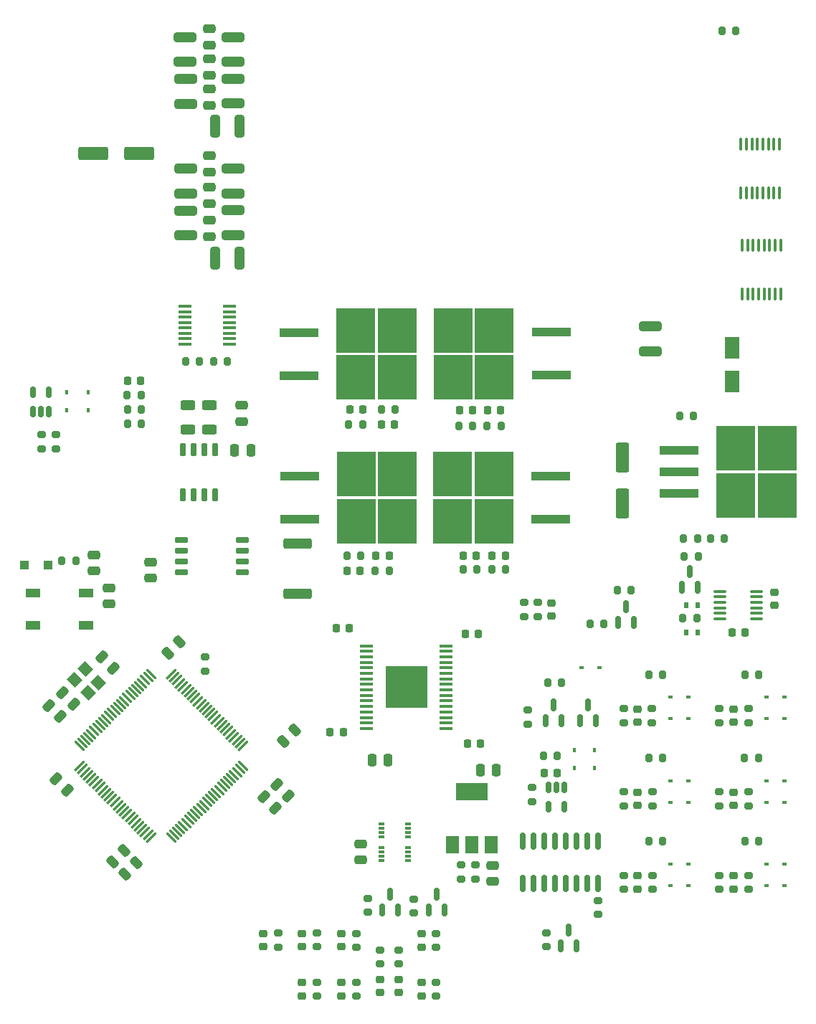
<source format=gtp>
%TF.GenerationSoftware,KiCad,Pcbnew,(6.0.7)*%
%TF.CreationDate,2022-09-29T18:44:06-03:00*%
%TF.ProjectId,uEFI_rev3,75454649-5f72-4657-9633-2e6b69636164,v3.0*%
%TF.SameCoordinates,Original*%
%TF.FileFunction,Paste,Top*%
%TF.FilePolarity,Positive*%
%FSLAX46Y46*%
G04 Gerber Fmt 4.6, Leading zero omitted, Abs format (unit mm)*
G04 Created by KiCad (PCBNEW (6.0.7)) date 2022-09-29 18:44:06*
%MOMM*%
%LPD*%
G01*
G04 APERTURE LIST*
G04 Aperture macros list*
%AMRoundRect*
0 Rectangle with rounded corners*
0 $1 Rounding radius*
0 $2 $3 $4 $5 $6 $7 $8 $9 X,Y pos of 4 corners*
0 Add a 4 corners polygon primitive as box body*
4,1,4,$2,$3,$4,$5,$6,$7,$8,$9,$2,$3,0*
0 Add four circle primitives for the rounded corners*
1,1,$1+$1,$2,$3*
1,1,$1+$1,$4,$5*
1,1,$1+$1,$6,$7*
1,1,$1+$1,$8,$9*
0 Add four rect primitives between the rounded corners*
20,1,$1+$1,$2,$3,$4,$5,0*
20,1,$1+$1,$4,$5,$6,$7,0*
20,1,$1+$1,$6,$7,$8,$9,0*
20,1,$1+$1,$8,$9,$2,$3,0*%
%AMRotRect*
0 Rectangle, with rotation*
0 The origin of the aperture is its center*
0 $1 length*
0 $2 width*
0 $3 Rotation angle, in degrees counterclockwise*
0 Add horizontal line*
21,1,$1,$2,0,0,$3*%
G04 Aperture macros list end*
%ADD10R,0.600000X0.450000*%
%ADD11R,0.450000X0.600000*%
%ADD12RoundRect,0.225000X0.225000X0.250000X-0.225000X0.250000X-0.225000X-0.250000X0.225000X-0.250000X0*%
%ADD13RoundRect,0.200000X0.200000X0.275000X-0.200000X0.275000X-0.200000X-0.275000X0.200000X-0.275000X0*%
%ADD14RoundRect,0.200000X-0.200000X-0.275000X0.200000X-0.275000X0.200000X0.275000X-0.200000X0.275000X0*%
%ADD15RoundRect,0.150000X0.150000X-0.512500X0.150000X0.512500X-0.150000X0.512500X-0.150000X-0.512500X0*%
%ADD16RoundRect,0.200000X-0.275000X0.200000X-0.275000X-0.200000X0.275000X-0.200000X0.275000X0.200000X0*%
%ADD17RoundRect,0.200000X0.275000X-0.200000X0.275000X0.200000X-0.275000X0.200000X-0.275000X-0.200000X0*%
%ADD18R,0.600000X0.700000*%
%ADD19RoundRect,0.225000X-0.225000X-0.250000X0.225000X-0.250000X0.225000X0.250000X-0.225000X0.250000X0*%
%ADD20RoundRect,0.250000X0.475000X-0.250000X0.475000X0.250000X-0.475000X0.250000X-0.475000X-0.250000X0*%
%ADD21RoundRect,0.250000X0.512652X0.159099X0.159099X0.512652X-0.512652X-0.159099X-0.159099X-0.512652X0*%
%ADD22RoundRect,0.150000X0.150000X-0.587500X0.150000X0.587500X-0.150000X0.587500X-0.150000X-0.587500X0*%
%ADD23RoundRect,0.218750X-0.256250X0.218750X-0.256250X-0.218750X0.256250X-0.218750X0.256250X0.218750X0*%
%ADD24RoundRect,0.250000X0.550000X-1.500000X0.550000X1.500000X-0.550000X1.500000X-0.550000X-1.500000X0*%
%ADD25RoundRect,0.150000X-0.150000X0.825000X-0.150000X-0.825000X0.150000X-0.825000X0.150000X0.825000X0*%
%ADD26RoundRect,0.250000X-0.512652X-0.159099X-0.159099X-0.512652X0.512652X0.159099X0.159099X0.512652X0*%
%ADD27RoundRect,0.225000X0.250000X-0.225000X0.250000X0.225000X-0.250000X0.225000X-0.250000X-0.225000X0*%
%ADD28RoundRect,0.250000X-0.475000X0.250000X-0.475000X-0.250000X0.475000X-0.250000X0.475000X0.250000X0*%
%ADD29RoundRect,0.100000X0.100000X-0.637500X0.100000X0.637500X-0.100000X0.637500X-0.100000X-0.637500X0*%
%ADD30R,1.100000X1.100000*%
%ADD31R,0.800000X0.300000*%
%ADD32RoundRect,0.100000X-0.625000X-0.100000X0.625000X-0.100000X0.625000X0.100000X-0.625000X0.100000X0*%
%ADD33RoundRect,0.250000X-1.075000X0.312500X-1.075000X-0.312500X1.075000X-0.312500X1.075000X0.312500X0*%
%ADD34RoundRect,0.075000X-0.565685X0.459619X0.459619X-0.565685X0.565685X-0.459619X-0.459619X0.565685X0*%
%ADD35RoundRect,0.075000X-0.565685X-0.459619X-0.459619X-0.565685X0.565685X0.459619X0.459619X0.565685X0*%
%ADD36R,1.800000X2.500000*%
%ADD37RoundRect,0.250000X0.159099X-0.512652X0.512652X-0.159099X-0.159099X0.512652X-0.512652X0.159099X0*%
%ADD38RoundRect,0.250000X-0.625000X0.312500X-0.625000X-0.312500X0.625000X-0.312500X0.625000X0.312500X0*%
%ADD39R,4.550000X5.250000*%
%ADD40R,4.600000X1.100000*%
%ADD41RoundRect,0.250000X-0.250000X-0.475000X0.250000X-0.475000X0.250000X0.475000X-0.250000X0.475000X0*%
%ADD42RoundRect,0.250000X-0.159099X0.512652X-0.512652X0.159099X0.159099X-0.512652X0.512652X-0.159099X0*%
%ADD43RoundRect,0.250000X-1.500000X-0.550000X1.500000X-0.550000X1.500000X0.550000X-1.500000X0.550000X0*%
%ADD44RoundRect,0.150000X-0.650000X-0.150000X0.650000X-0.150000X0.650000X0.150000X-0.650000X0.150000X0*%
%ADD45R,1.500000X2.000000*%
%ADD46R,3.800000X2.000000*%
%ADD47RoundRect,0.250000X-1.425000X0.362500X-1.425000X-0.362500X1.425000X-0.362500X1.425000X0.362500X0*%
%ADD48R,1.600200X0.431800*%
%ADD49R,4.953000X4.953000*%
%ADD50RoundRect,0.250000X0.312500X1.075000X-0.312500X1.075000X-0.312500X-1.075000X0.312500X-1.075000X0*%
%ADD51RoundRect,0.150000X-0.150000X0.512500X-0.150000X-0.512500X0.150000X-0.512500X0.150000X0.512500X0*%
%ADD52RoundRect,0.225000X-0.250000X0.225000X-0.250000X-0.225000X0.250000X-0.225000X0.250000X0.225000X0*%
%ADD53R,1.640000X0.410000*%
%ADD54R,1.700000X1.000000*%
%ADD55RoundRect,0.250000X0.250000X0.475000X-0.250000X0.475000X-0.250000X-0.475000X0.250000X-0.475000X0*%
%ADD56RoundRect,0.250000X1.075000X-0.312500X1.075000X0.312500X-1.075000X0.312500X-1.075000X-0.312500X0*%
%ADD57RoundRect,0.150000X0.150000X-0.650000X0.150000X0.650000X-0.150000X0.650000X-0.150000X-0.650000X0*%
%ADD58RotRect,1.400000X1.200000X135.000000*%
G04 APERTURE END LIST*
D10*
%TO.C,D30*%
X148302000Y-143827500D03*
X150402000Y-143827500D03*
%TD*%
%TO.C,D29*%
X136999000Y-143827500D03*
X139099000Y-143827500D03*
%TD*%
D11*
%TO.C,D28*%
X128016000Y-130395000D03*
X128016000Y-132495000D03*
%TD*%
D10*
%TO.C,D27*%
X150402000Y-146367500D03*
X148302000Y-146367500D03*
%TD*%
%TO.C,D26*%
X139099000Y-146367500D03*
X136999000Y-146367500D03*
%TD*%
D11*
%TO.C,D25*%
X125603000Y-132495000D03*
X125603000Y-130395000D03*
%TD*%
D10*
%TO.C,D24*%
X148299000Y-133985000D03*
X150399000Y-133985000D03*
%TD*%
%TO.C,D23*%
X136999000Y-133985000D03*
X139099000Y-133985000D03*
%TD*%
%TO.C,D22*%
X150399000Y-136525000D03*
X148299000Y-136525000D03*
%TD*%
%TO.C,D21*%
X139099000Y-136525000D03*
X136999000Y-136525000D03*
%TD*%
D11*
%TO.C,D20*%
X68199000Y-90204000D03*
X68199000Y-88104000D03*
%TD*%
D10*
%TO.C,D19*%
X136999000Y-124142500D03*
X139099000Y-124142500D03*
%TD*%
%TO.C,D18*%
X148302000Y-124142500D03*
X150402000Y-124142500D03*
%TD*%
D11*
%TO.C,D17*%
X65659000Y-88104000D03*
X65659000Y-90204000D03*
%TD*%
D10*
%TO.C,D16*%
X139099000Y-126682500D03*
X136999000Y-126682500D03*
%TD*%
%TO.C,D15*%
X150402000Y-126682500D03*
X148302000Y-126682500D03*
%TD*%
D12*
%TO.C,C49*%
X74409500Y-86804500D03*
X72859500Y-86804500D03*
%TD*%
D13*
%TO.C,R87*%
X74459500Y-88455500D03*
X72809500Y-88455500D03*
%TD*%
%TO.C,R92*%
X74485000Y-90170000D03*
X72835000Y-90170000D03*
%TD*%
D14*
%TO.C,R97*%
X72835000Y-91821000D03*
X74485000Y-91821000D03*
%TD*%
D15*
%TO.C,U31*%
X61661000Y-90418500D03*
X62611000Y-90418500D03*
X63561000Y-90418500D03*
X63561000Y-88143500D03*
X61661000Y-88143500D03*
%TD*%
D16*
%TO.C,R108*%
X64389000Y-93125300D03*
X64389000Y-94775300D03*
%TD*%
D17*
%TO.C,R109*%
X62746800Y-94767100D03*
X62746800Y-93117100D03*
%TD*%
D14*
%TO.C,R122*%
X82995000Y-84455000D03*
X84645000Y-84455000D03*
%TD*%
D18*
%TO.C,D2*%
X138800000Y-113298000D03*
X140200000Y-113298000D03*
%TD*%
D19*
%TO.C,C21*%
X115909000Y-107442000D03*
X117459000Y-107442000D03*
%TD*%
D16*
%TO.C,R34*%
X120142000Y-125667000D03*
X120142000Y-127317000D03*
%TD*%
D17*
%TO.C,R54*%
X146177000Y-146811500D03*
X146177000Y-145161500D03*
%TD*%
%TO.C,R4*%
X95267666Y-159430737D03*
X95267666Y-157780737D03*
%TD*%
D20*
%TO.C,C14*%
X100400000Y-143350000D03*
X100400000Y-141450000D03*
%TD*%
D21*
%TO.C,C11*%
X64921751Y-126421751D03*
X63578249Y-125078249D03*
%TD*%
D20*
%TO.C,C9*%
X70699000Y-113101600D03*
X70699000Y-111201600D03*
%TD*%
D22*
%TO.C,U8*%
X124018000Y-153464500D03*
X125918000Y-153464500D03*
X124968000Y-151589500D03*
%TD*%
D17*
%TO.C,R27*%
X99867666Y-153655737D03*
X99867666Y-152005737D03*
%TD*%
D22*
%TO.C,Q5*%
X138300000Y-111187500D03*
X140200000Y-111187500D03*
X139250000Y-109312500D03*
%TD*%
D14*
%TO.C,R60*%
X65100000Y-108050000D03*
X66750000Y-108050000D03*
%TD*%
%TO.C,R11*%
X111982000Y-92070000D03*
X113632000Y-92070000D03*
%TD*%
D17*
%TO.C,R41*%
X146177000Y-127126500D03*
X146177000Y-125476500D03*
%TD*%
%TO.C,R24*%
X102667666Y-155630737D03*
X102667666Y-153980737D03*
%TD*%
D14*
%TO.C,R12*%
X112459000Y-109042000D03*
X114109000Y-109042000D03*
%TD*%
D12*
%TO.C,C27*%
X114567000Y-129590800D03*
X113017000Y-129590800D03*
%TD*%
%TO.C,C23*%
X113607000Y-90270000D03*
X112057000Y-90270000D03*
%TD*%
D19*
%TO.C,C33*%
X144225000Y-116500000D03*
X145775000Y-116500000D03*
%TD*%
D23*
%TO.C,D7*%
X102667666Y-157418237D03*
X102667666Y-158993237D03*
%TD*%
D24*
%TO.C,C31*%
X131318000Y-101252000D03*
X131318000Y-95852000D03*
%TD*%
D23*
%TO.C,D1*%
X98067666Y-157818237D03*
X98067666Y-159393237D03*
%TD*%
D21*
%TO.C,C13*%
X65771751Y-135071751D03*
X64428249Y-133728249D03*
%TD*%
D12*
%TO.C,C25*%
X100632000Y-90170000D03*
X99082000Y-90170000D03*
%TD*%
D17*
%TO.C,R25*%
X90667666Y-153630737D03*
X90667666Y-151980737D03*
%TD*%
D25*
%TO.C,U2*%
X128397000Y-141136600D03*
X127127000Y-141136600D03*
X125857000Y-141136600D03*
X124587000Y-141136600D03*
X123317000Y-141136600D03*
X122047000Y-141136600D03*
X120777000Y-141136600D03*
X119507000Y-141136600D03*
X119507000Y-146086600D03*
X120777000Y-146086600D03*
X122047000Y-146086600D03*
X123317000Y-146086600D03*
X124587000Y-146086600D03*
X125857000Y-146086600D03*
X127127000Y-146086600D03*
X128397000Y-146086600D03*
%TD*%
D26*
%TO.C,C3*%
X65151000Y-123571000D03*
X66494502Y-124914502D03*
%TD*%
D17*
%TO.C,R43*%
X142745000Y-136969000D03*
X142745000Y-135319000D03*
%TD*%
D14*
%TO.C,R14*%
X102118000Y-109220000D03*
X103768000Y-109220000D03*
%TD*%
D17*
%TO.C,R48*%
X146174000Y-136969000D03*
X146174000Y-135319000D03*
%TD*%
D27*
%TO.C,C1*%
X133096000Y-127076500D03*
X133096000Y-125526500D03*
%TD*%
D20*
%TO.C,C54*%
X82542400Y-69704000D03*
X82542400Y-67804000D03*
%TD*%
D28*
%TO.C,C39*%
X115951000Y-143957000D03*
X115951000Y-145857000D03*
%TD*%
D13*
%TO.C,R44*%
X136080000Y-131318000D03*
X134430000Y-131318000D03*
%TD*%
%TO.C,R15*%
X116982000Y-92070000D03*
X115332000Y-92070000D03*
%TD*%
D29*
%TO.C,U20*%
X145426000Y-76522500D03*
X146076000Y-76522500D03*
X146726000Y-76522500D03*
X147376000Y-76522500D03*
X148026000Y-76522500D03*
X148676000Y-76522500D03*
X149326000Y-76522500D03*
X149976000Y-76522500D03*
X149976000Y-70797500D03*
X149326000Y-70797500D03*
X148676000Y-70797500D03*
X148026000Y-70797500D03*
X147376000Y-70797500D03*
X146726000Y-70797500D03*
X146076000Y-70797500D03*
X145426000Y-70797500D03*
%TD*%
D23*
%TO.C,D6*%
X104867666Y-157418237D03*
X104867666Y-158993237D03*
%TD*%
D30*
%TO.C,D14*%
X60650000Y-108500000D03*
X63450000Y-108500000D03*
%TD*%
D17*
%TO.C,R57*%
X112268000Y-145605000D03*
X112268000Y-143955000D03*
%TD*%
D29*
%TO.C,U22*%
X145299000Y-64584500D03*
X145949000Y-64584500D03*
X146599000Y-64584500D03*
X147249000Y-64584500D03*
X147899000Y-64584500D03*
X148549000Y-64584500D03*
X149199000Y-64584500D03*
X149849000Y-64584500D03*
X149849000Y-58859500D03*
X149199000Y-58859500D03*
X148549000Y-58859500D03*
X147899000Y-58859500D03*
X147249000Y-58859500D03*
X146599000Y-58859500D03*
X145949000Y-58859500D03*
X145299000Y-58859500D03*
%TD*%
D23*
%TO.C,D10*%
X98067666Y-152005737D03*
X98067666Y-153580737D03*
%TD*%
D31*
%TO.C,U11*%
X102844000Y-141871000D03*
X102844000Y-142371000D03*
X102844000Y-142871000D03*
X102844000Y-143371000D03*
X105944000Y-143371000D03*
X105944000Y-142871000D03*
X105944000Y-142371000D03*
X105944000Y-141871000D03*
%TD*%
D17*
%TO.C,R50*%
X142748000Y-146811500D03*
X142748000Y-145161500D03*
%TD*%
D16*
%TO.C,R7*%
X121285000Y-112967000D03*
X121285000Y-114617000D03*
%TD*%
D32*
%TO.C,U6*%
X142850000Y-111625000D03*
X142850000Y-112275000D03*
X142850000Y-112925000D03*
X142850000Y-113575000D03*
X142850000Y-114225000D03*
X142850000Y-114875000D03*
X147150000Y-114875000D03*
X147150000Y-114225000D03*
X147150000Y-113575000D03*
X147150000Y-112925000D03*
X147150000Y-112275000D03*
X147150000Y-111625000D03*
%TD*%
D33*
%TO.C,R116*%
X85328000Y-46172700D03*
X85328000Y-49097700D03*
%TD*%
D22*
%TO.C,Q8*%
X108397000Y-149273500D03*
X110297000Y-149273500D03*
X109347000Y-147398500D03*
%TD*%
D14*
%TO.C,R58*%
X127475000Y-115500000D03*
X129125000Y-115500000D03*
%TD*%
D16*
%TO.C,R31*%
X106680000Y-147970500D03*
X106680000Y-149620500D03*
%TD*%
D34*
%TO.C,U3*%
X75650596Y-121394315D03*
X75297043Y-121747868D03*
X74943489Y-122101422D03*
X74589936Y-122454975D03*
X74236383Y-122808528D03*
X73882829Y-123162082D03*
X73529276Y-123515635D03*
X73175722Y-123869189D03*
X72822169Y-124222742D03*
X72468616Y-124576295D03*
X72115062Y-124929849D03*
X71761509Y-125283402D03*
X71407955Y-125636955D03*
X71054402Y-125990509D03*
X70700849Y-126344062D03*
X70347295Y-126697616D03*
X69993742Y-127051169D03*
X69640189Y-127404722D03*
X69286635Y-127758276D03*
X68933082Y-128111829D03*
X68579528Y-128465383D03*
X68225975Y-128818936D03*
X67872422Y-129172489D03*
X67518868Y-129526043D03*
X67165315Y-129879596D03*
D35*
X67165315Y-132248404D03*
X67518868Y-132601957D03*
X67872422Y-132955511D03*
X68225975Y-133309064D03*
X68579528Y-133662617D03*
X68933082Y-134016171D03*
X69286635Y-134369724D03*
X69640189Y-134723278D03*
X69993742Y-135076831D03*
X70347295Y-135430384D03*
X70700849Y-135783938D03*
X71054402Y-136137491D03*
X71407955Y-136491045D03*
X71761509Y-136844598D03*
X72115062Y-137198151D03*
X72468616Y-137551705D03*
X72822169Y-137905258D03*
X73175722Y-138258811D03*
X73529276Y-138612365D03*
X73882829Y-138965918D03*
X74236383Y-139319472D03*
X74589936Y-139673025D03*
X74943489Y-140026578D03*
X75297043Y-140380132D03*
X75650596Y-140733685D03*
D34*
X78019404Y-140733685D03*
X78372957Y-140380132D03*
X78726511Y-140026578D03*
X79080064Y-139673025D03*
X79433617Y-139319472D03*
X79787171Y-138965918D03*
X80140724Y-138612365D03*
X80494278Y-138258811D03*
X80847831Y-137905258D03*
X81201384Y-137551705D03*
X81554938Y-137198151D03*
X81908491Y-136844598D03*
X82262045Y-136491045D03*
X82615598Y-136137491D03*
X82969151Y-135783938D03*
X83322705Y-135430384D03*
X83676258Y-135076831D03*
X84029811Y-134723278D03*
X84383365Y-134369724D03*
X84736918Y-134016171D03*
X85090472Y-133662617D03*
X85444025Y-133309064D03*
X85797578Y-132955511D03*
X86151132Y-132601957D03*
X86504685Y-132248404D03*
D35*
X86504685Y-129879596D03*
X86151132Y-129526043D03*
X85797578Y-129172489D03*
X85444025Y-128818936D03*
X85090472Y-128465383D03*
X84736918Y-128111829D03*
X84383365Y-127758276D03*
X84029811Y-127404722D03*
X83676258Y-127051169D03*
X83322705Y-126697616D03*
X82969151Y-126344062D03*
X82615598Y-125990509D03*
X82262045Y-125636955D03*
X81908491Y-125283402D03*
X81554938Y-124929849D03*
X81201384Y-124576295D03*
X80847831Y-124222742D03*
X80494278Y-123869189D03*
X80140724Y-123515635D03*
X79787171Y-123162082D03*
X79433617Y-122808528D03*
X79080064Y-122454975D03*
X78726511Y-122101422D03*
X78372957Y-121747868D03*
X78019404Y-121394315D03*
%TD*%
D17*
%TO.C,R42*%
X131445000Y-136969000D03*
X131445000Y-135319000D03*
%TD*%
%TO.C,R53*%
X134874000Y-146811500D03*
X134874000Y-145161500D03*
%TD*%
%TO.C,R26*%
X95267666Y-153605737D03*
X95267666Y-151955737D03*
%TD*%
D23*
%TO.C,D12*%
X107567666Y-152068237D03*
X107567666Y-153643237D03*
%TD*%
D27*
%TO.C,C35*%
X144396000Y-136919000D03*
X144396000Y-135369000D03*
%TD*%
D36*
%TO.C,D4*%
X144272000Y-82836000D03*
X144272000Y-86836000D03*
%TD*%
D26*
%TO.C,C16*%
X90506498Y-134406498D03*
X91850000Y-135750000D03*
%TD*%
D12*
%TO.C,C26*%
X100343000Y-109220000D03*
X98793000Y-109220000D03*
%TD*%
D23*
%TO.C,D8*%
X88867666Y-152018237D03*
X88867666Y-153593237D03*
%TD*%
D37*
%TO.C,C15*%
X77650000Y-118950000D03*
X78993502Y-117606498D03*
%TD*%
D38*
%TO.C,R1*%
X80012000Y-89603900D03*
X80012000Y-92528900D03*
%TD*%
D10*
%TO.C,D11*%
X126458000Y-120650000D03*
X128558000Y-120650000D03*
%TD*%
D33*
%TO.C,R112*%
X79692400Y-61733200D03*
X79692400Y-64658200D03*
%TD*%
D13*
%TO.C,R51*%
X136080000Y-141160500D03*
X134430000Y-141160500D03*
%TD*%
D20*
%TO.C,C57*%
X82513000Y-54210000D03*
X82513000Y-52310000D03*
%TD*%
D22*
%TO.C,Q11*%
X122240000Y-126921500D03*
X124140000Y-126921500D03*
X123190000Y-125046500D03*
%TD*%
D39*
%TO.C,Q1*%
X104736000Y-97778000D03*
X99886000Y-97778000D03*
X104736000Y-103328000D03*
X99886000Y-103328000D03*
D40*
X93161000Y-98013000D03*
X93161000Y-103093000D03*
%TD*%
D41*
%TO.C,C40*%
X114493000Y-132715000D03*
X116393000Y-132715000D03*
%TD*%
D16*
%TO.C,R46*%
X128397000Y-148146000D03*
X128397000Y-149796000D03*
%TD*%
D42*
%TO.C,C7*%
X72426751Y-142203249D03*
X71083249Y-143546751D03*
%TD*%
D16*
%TO.C,R6*%
X119685000Y-112967000D03*
X119685000Y-114617000D03*
%TD*%
D33*
%TO.C,R119*%
X79713000Y-51143000D03*
X79713000Y-54068000D03*
%TD*%
D27*
%TO.C,C37*%
X133096000Y-146761500D03*
X133096000Y-145211500D03*
%TD*%
D26*
%TO.C,C8*%
X88978249Y-135878249D03*
X90321751Y-137221751D03*
%TD*%
D43*
%TO.C,C42*%
X68800000Y-59900000D03*
X74200000Y-59900000D03*
%TD*%
D19*
%TO.C,C18*%
X102832000Y-91970000D03*
X104382000Y-91970000D03*
%TD*%
D44*
%TO.C,U7*%
X79204000Y-105537000D03*
X79204000Y-106807000D03*
X79204000Y-108077000D03*
X79204000Y-109347000D03*
X86404000Y-109347000D03*
X86404000Y-108077000D03*
X86404000Y-106807000D03*
X86404000Y-105537000D03*
%TD*%
D14*
%TO.C,R22*%
X138511000Y-105360000D03*
X140161000Y-105360000D03*
%TD*%
D45*
%TO.C,U9*%
X111238000Y-141580000D03*
D46*
X113538000Y-135280000D03*
D45*
X113538000Y-141580000D03*
X115838000Y-141580000D03*
%TD*%
D41*
%TO.C,C5*%
X85500000Y-94950000D03*
X87400000Y-94950000D03*
%TD*%
D47*
%TO.C,R8*%
X92964000Y-106003500D03*
X92964000Y-111928500D03*
%TD*%
D14*
%TO.C,R33*%
X143066000Y-45466000D03*
X144716000Y-45466000D03*
%TD*%
%TO.C,R10*%
X98743000Y-107420000D03*
X100393000Y-107420000D03*
%TD*%
%TO.C,R59*%
X130675000Y-111500000D03*
X132325000Y-111500000D03*
%TD*%
D48*
%TO.C,U1*%
X101092000Y-118059200D03*
X101092000Y-118719600D03*
X101092000Y-119354600D03*
X101092000Y-120015000D03*
X101092000Y-120650000D03*
X101092000Y-121310400D03*
X101092000Y-121970800D03*
X101092000Y-122605800D03*
X101092000Y-123266200D03*
X101092000Y-123901200D03*
X101092000Y-124561600D03*
X101092000Y-125222000D03*
X101092000Y-125857000D03*
X101092000Y-126517400D03*
X101092000Y-127152400D03*
X101092000Y-127812800D03*
X110490000Y-127812800D03*
X110490000Y-127152400D03*
X110490000Y-126517400D03*
X110490000Y-125857000D03*
X110490000Y-125222000D03*
X110490000Y-124561600D03*
X110490000Y-123901200D03*
X110490000Y-123266200D03*
X110490000Y-122605800D03*
X110490000Y-121970800D03*
X110490000Y-121310400D03*
X110490000Y-120650000D03*
X110490000Y-120015000D03*
X110490000Y-119354600D03*
X110490000Y-118719600D03*
X110490000Y-118059200D03*
D49*
X105791000Y-122936000D03*
%TD*%
D23*
%TO.C,D5*%
X93467666Y-157818237D03*
X93467666Y-159393237D03*
%TD*%
D33*
%TO.C,R117*%
X79663000Y-46193000D03*
X79663000Y-49118000D03*
%TD*%
%TO.C,R118*%
X85328000Y-51111000D03*
X85328000Y-54036000D03*
%TD*%
D39*
%TO.C,Q4*%
X111252000Y-103340000D03*
X111252000Y-97790000D03*
X116102000Y-103340000D03*
X116102000Y-97790000D03*
D40*
X122827000Y-103105000D03*
X122827000Y-98025000D03*
%TD*%
D50*
%TO.C,R120*%
X86090000Y-56728400D03*
X83165000Y-56728400D03*
%TD*%
D22*
%TO.C,Q13*%
X130750000Y-115337500D03*
X132650000Y-115337500D03*
X131700000Y-113462500D03*
%TD*%
D13*
%TO.C,R39*%
X147383000Y-121475500D03*
X145733000Y-121475500D03*
%TD*%
D17*
%TO.C,R56*%
X113919000Y-145605000D03*
X113919000Y-143955000D03*
%TD*%
D27*
%TO.C,C4*%
X144399000Y-127076500D03*
X144399000Y-125526500D03*
%TD*%
D50*
%TO.C,R115*%
X86119400Y-72268600D03*
X83194400Y-72268600D03*
%TD*%
D22*
%TO.C,Q12*%
X126304000Y-126921500D03*
X128204000Y-126921500D03*
X127254000Y-125046500D03*
%TD*%
D31*
%TO.C,U10*%
X102844000Y-139077000D03*
X102844000Y-139577000D03*
X102844000Y-140077000D03*
X102844000Y-140577000D03*
X105944000Y-140577000D03*
X105944000Y-140077000D03*
X105944000Y-139577000D03*
X105944000Y-139077000D03*
%TD*%
D13*
%TO.C,R52*%
X147383000Y-141160500D03*
X145733000Y-141160500D03*
%TD*%
D14*
%TO.C,R35*%
X122468500Y-122428000D03*
X124118500Y-122428000D03*
%TD*%
D13*
%TO.C,R121*%
X81343000Y-84455000D03*
X79693000Y-84455000D03*
%TD*%
D16*
%TO.C,R3*%
X99867666Y-157780737D03*
X99867666Y-159430737D03*
%TD*%
D23*
%TO.C,D13*%
X107567666Y-157818237D03*
X107567666Y-159393237D03*
%TD*%
D39*
%TO.C,U4*%
X144714000Y-94761000D03*
X144714000Y-100311000D03*
X149564000Y-100311000D03*
X149564000Y-94761000D03*
D40*
X137989000Y-94996000D03*
X137989000Y-97536000D03*
X137989000Y-100076000D03*
%TD*%
D23*
%TO.C,D9*%
X93467666Y-152030737D03*
X93467666Y-153605737D03*
%TD*%
D37*
%TO.C,C12*%
X91228249Y-129322751D03*
X92571751Y-127979249D03*
%TD*%
D51*
%TO.C,U27*%
X124460000Y-134752500D03*
X123510000Y-134752500D03*
X122560000Y-134752500D03*
X122560000Y-137027500D03*
X124460000Y-137027500D03*
%TD*%
D13*
%TO.C,R45*%
X147380000Y-131318000D03*
X145730000Y-131318000D03*
%TD*%
D12*
%TO.C,C24*%
X114059000Y-107442000D03*
X112509000Y-107442000D03*
%TD*%
D52*
%TO.C,C36*%
X149250000Y-111725000D03*
X149250000Y-113275000D03*
%TD*%
D17*
%TO.C,R49*%
X131445000Y-146811500D03*
X131445000Y-145161500D03*
%TD*%
D28*
%TO.C,C55*%
X82513000Y-48754000D03*
X82513000Y-50654000D03*
%TD*%
D13*
%TO.C,R19*%
X140253000Y-107500000D03*
X138603000Y-107500000D03*
%TD*%
%TO.C,R38*%
X136080000Y-121475500D03*
X134430000Y-121475500D03*
%TD*%
%TO.C,R82*%
X123634000Y-131064000D03*
X121984000Y-131064000D03*
%TD*%
D28*
%TO.C,C52*%
X82542400Y-63928000D03*
X82542400Y-65828000D03*
%TD*%
D17*
%TO.C,R36*%
X131445000Y-127126500D03*
X131445000Y-125476500D03*
%TD*%
D42*
%TO.C,C6*%
X73914000Y-143637000D03*
X72570498Y-144980502D03*
%TD*%
D17*
%TO.C,R2*%
X82000000Y-121050000D03*
X82000000Y-119400000D03*
%TD*%
D19*
%TO.C,C20*%
X115357000Y-90270000D03*
X116907000Y-90270000D03*
%TD*%
%TO.C,C29*%
X96786400Y-128270000D03*
X98336400Y-128270000D03*
%TD*%
D33*
%TO.C,R114*%
X79742400Y-66683200D03*
X79742400Y-69608200D03*
%TD*%
D39*
%TO.C,Q2*%
X99836000Y-80815600D03*
X104686000Y-80815600D03*
X99836000Y-86365600D03*
X104686000Y-86365600D03*
D40*
X93111000Y-81050600D03*
X93111000Y-86130600D03*
%TD*%
D18*
%TO.C,D3*%
X140200000Y-116500000D03*
X138800000Y-116500000D03*
%TD*%
D13*
%TO.C,R16*%
X117534000Y-109042000D03*
X115884000Y-109042000D03*
%TD*%
%TO.C,R23*%
X143361000Y-105360000D03*
X141711000Y-105360000D03*
%TD*%
D39*
%TO.C,Q3*%
X116182000Y-80796600D03*
X116182000Y-86346600D03*
X111332000Y-80796600D03*
X111332000Y-86346600D03*
D40*
X122907000Y-86111600D03*
X122907000Y-81031600D03*
%TD*%
D17*
%TO.C,R37*%
X142748000Y-127126500D03*
X142748000Y-125476500D03*
%TD*%
D14*
%TO.C,R9*%
X98982000Y-91970000D03*
X100632000Y-91970000D03*
%TD*%
D17*
%TO.C,R83*%
X120650000Y-136461000D03*
X120650000Y-134811000D03*
%TD*%
D12*
%TO.C,C28*%
X114287600Y-116636800D03*
X112737600Y-116636800D03*
%TD*%
D17*
%TO.C,R47*%
X134874000Y-136969000D03*
X134874000Y-135319000D03*
%TD*%
D27*
%TO.C,C22*%
X122885000Y-114567000D03*
X122885000Y-113017000D03*
%TD*%
D13*
%TO.C,R20*%
X139700000Y-90932000D03*
X138050000Y-90932000D03*
%TD*%
D12*
%TO.C,C51*%
X123584000Y-133096000D03*
X122034000Y-133096000D03*
%TD*%
D33*
%TO.C,R81*%
X85357400Y-61712900D03*
X85357400Y-64637900D03*
%TD*%
D53*
%TO.C,U36*%
X79655000Y-77990700D03*
X79655000Y-78625700D03*
X79655000Y-79260700D03*
X79655000Y-79895700D03*
X79655000Y-80530700D03*
X79655000Y-81165700D03*
X79655000Y-81800700D03*
X79655000Y-82435700D03*
X84925000Y-82435700D03*
X84925000Y-81800700D03*
X84925000Y-81165700D03*
X84925000Y-80530700D03*
X84925000Y-79895700D03*
X84925000Y-79260700D03*
X84925000Y-78625700D03*
X84925000Y-77990700D03*
%TD*%
D22*
%TO.C,Q9*%
X102936000Y-149273500D03*
X104836000Y-149273500D03*
X103886000Y-147398500D03*
%TD*%
D21*
%TO.C,C2*%
X71156751Y-120686751D03*
X69813249Y-119343249D03*
%TD*%
D38*
%TO.C,R28*%
X82552000Y-89603900D03*
X82552000Y-92528900D03*
%TD*%
D54*
%TO.C,SW1*%
X61700000Y-111800000D03*
X68000000Y-111800000D03*
X68000000Y-115600000D03*
X61700000Y-115600000D03*
%TD*%
D33*
%TO.C,R113*%
X85357400Y-66651200D03*
X85357400Y-69576200D03*
%TD*%
D27*
%TO.C,C38*%
X144399000Y-146761500D03*
X144399000Y-145211500D03*
%TD*%
D55*
%TO.C,C10*%
X103616800Y-131521200D03*
X101716800Y-131521200D03*
%TD*%
D28*
%TO.C,C17*%
X75565000Y-108143000D03*
X75565000Y-110043000D03*
%TD*%
%TO.C,C34*%
X86362000Y-89674400D03*
X86362000Y-91574400D03*
%TD*%
D12*
%TO.C,C19*%
X103743000Y-107420000D03*
X102193000Y-107420000D03*
%TD*%
D56*
%TO.C,R21*%
X134620000Y-83250500D03*
X134620000Y-80325500D03*
%TD*%
D17*
%TO.C,R55*%
X122314000Y-153594000D03*
X122314000Y-151944000D03*
%TD*%
D14*
%TO.C,R17*%
X138425000Y-114822000D03*
X140075000Y-114822000D03*
%TD*%
D57*
%TO.C,U15*%
X79425800Y-100186000D03*
X80695800Y-100186000D03*
X81965800Y-100186000D03*
X83235800Y-100186000D03*
X83235800Y-94886000D03*
X81965800Y-94886000D03*
X80695800Y-94886000D03*
X79425800Y-94886000D03*
%TD*%
D17*
%TO.C,R5*%
X104867666Y-155630737D03*
X104867666Y-153980737D03*
%TD*%
D16*
%TO.C,R30*%
X109317666Y-157780737D03*
X109317666Y-159430737D03*
%TD*%
D17*
%TO.C,R40*%
X134747000Y-127126500D03*
X134747000Y-125476500D03*
%TD*%
D20*
%TO.C,C41*%
X68900000Y-109200000D03*
X68900000Y-107300000D03*
%TD*%
D17*
%TO.C,R29*%
X109317666Y-153680737D03*
X109317666Y-152030737D03*
%TD*%
D28*
%TO.C,C56*%
X82513000Y-45198000D03*
X82513000Y-47098000D03*
%TD*%
%TO.C,C53*%
X82542400Y-60184000D03*
X82542400Y-62084000D03*
%TD*%
D58*
%TO.C,Y1*%
X69397000Y-122388200D03*
X67841365Y-120832565D03*
X66639284Y-122034646D03*
X68194919Y-123590281D03*
%TD*%
D13*
%TO.C,R13*%
X104457000Y-90170000D03*
X102807000Y-90170000D03*
%TD*%
D19*
%TO.C,C30*%
X97475000Y-116000000D03*
X99025000Y-116000000D03*
%TD*%
D27*
%TO.C,C32*%
X133096000Y-136919000D03*
X133096000Y-135369000D03*
%TD*%
D16*
%TO.C,R32*%
X101219000Y-147892000D03*
X101219000Y-149542000D03*
%TD*%
M02*

</source>
